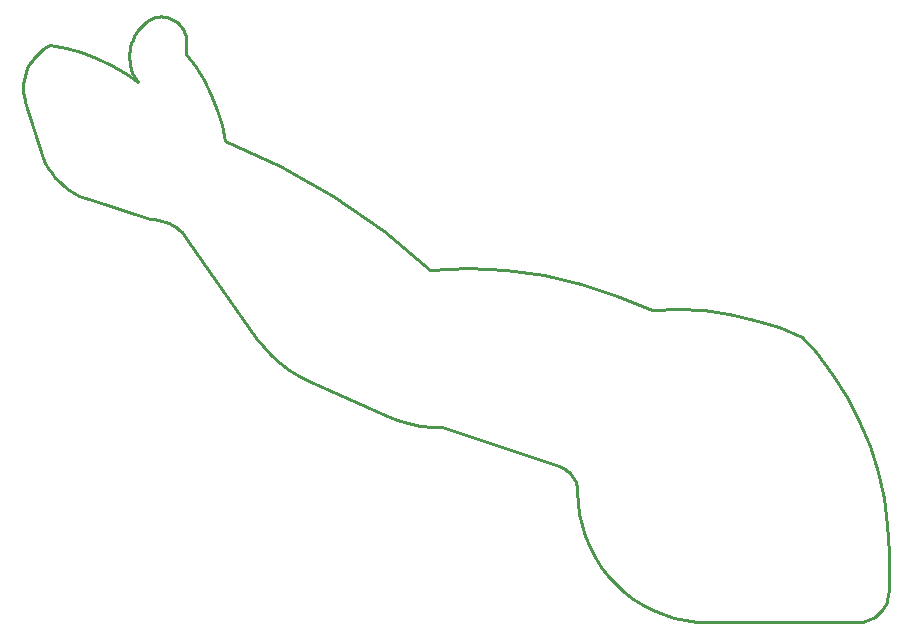
<source format=gko>
G04 EAGLE Gerber X2 export*
G75*
%MOMM*%
%FSLAX34Y34*%
%LPD*%
%AMOC8*
5,1,8,0,0,1.08239X$1,22.5*%
G01*
%ADD10C,0.254000*%


D10*
X2548Y440653D02*
X17263Y393488D01*
X19327Y388836D01*
X21789Y384382D01*
X24630Y380160D01*
X27828Y376201D01*
X31359Y372535D01*
X35195Y369192D01*
X39309Y366196D01*
X43668Y363569D01*
X48240Y361333D01*
X52989Y359503D01*
X56408Y358470D01*
X108317Y341185D01*
X111564Y341038D01*
X114786Y340609D01*
X117958Y339901D01*
X121057Y338919D01*
X124058Y337671D01*
X126939Y336166D01*
X129678Y334415D01*
X132253Y332433D01*
X134647Y330233D01*
X136839Y327834D01*
X138814Y325252D01*
X140557Y322508D01*
X198139Y241031D01*
X204109Y233321D01*
X210728Y226161D01*
X217945Y219605D01*
X225707Y213703D01*
X233953Y208500D01*
X242622Y204035D01*
X244021Y203402D01*
X306989Y175416D01*
X316707Y171595D01*
X326720Y168636D01*
X336954Y166561D01*
X347329Y165386D01*
X355600Y165100D01*
X454318Y132194D01*
X456175Y131484D01*
X457963Y130614D01*
X459668Y129592D01*
X461278Y128426D01*
X462780Y127123D01*
X464162Y125695D01*
X465415Y124151D01*
X466529Y122504D01*
X467494Y120767D01*
X468305Y118951D01*
X468954Y117072D01*
X469437Y115144D01*
X469751Y113181D01*
X469892Y111198D01*
X469900Y110576D01*
X470321Y100938D01*
X471580Y91374D01*
X473668Y81957D01*
X476569Y72757D01*
X480260Y63844D01*
X484714Y55288D01*
X489897Y47152D01*
X495770Y39499D01*
X502287Y32387D01*
X509399Y25870D01*
X517052Y19997D01*
X525188Y14814D01*
X533744Y10360D01*
X542657Y6669D01*
X551857Y3768D01*
X561274Y1680D01*
X570838Y421D01*
X580476Y0D01*
X706624Y0D01*
X708949Y102D01*
X711256Y405D01*
X713528Y909D01*
X715748Y1609D01*
X717898Y2499D01*
X719962Y3574D01*
X721925Y4824D01*
X723771Y6241D01*
X725487Y7813D01*
X727059Y9529D01*
X728476Y11375D01*
X729726Y13338D01*
X730801Y15402D01*
X731691Y17552D01*
X732391Y19772D01*
X732895Y22044D01*
X733199Y24351D01*
X733300Y26676D01*
X733300Y59472D01*
X732298Y82412D01*
X729301Y105178D01*
X724331Y127596D01*
X717427Y149495D01*
X708639Y170709D01*
X698037Y191076D01*
X685699Y210442D01*
X671721Y228659D01*
X660400Y241300D01*
X640338Y249694D01*
X619620Y256307D01*
X598405Y261090D01*
X576854Y264005D01*
X555130Y265031D01*
X533400Y264160D01*
X503724Y276658D01*
X473072Y286522D01*
X441677Y293678D01*
X409778Y298069D01*
X377617Y299664D01*
X345440Y298450D01*
X305686Y331330D01*
X263218Y360621D01*
X218359Y386099D01*
X171450Y407570D01*
X168708Y420911D01*
X164813Y433962D01*
X159795Y446624D01*
X153693Y458800D01*
X146554Y470398D01*
X138430Y481330D01*
X138105Y496170D01*
X137673Y497932D01*
X137088Y499650D01*
X136356Y501310D01*
X135483Y502900D01*
X134474Y504408D01*
X133337Y505822D01*
X132081Y507132D01*
X130716Y508327D01*
X129252Y509399D01*
X127701Y510339D01*
X126073Y511140D01*
X124381Y511797D01*
X122639Y512303D01*
X120859Y512656D01*
X119056Y512852D01*
X117242Y512891D01*
X115431Y512771D01*
X113638Y512494D01*
X111876Y512061D01*
X110174Y511483D01*
X107418Y509914D01*
X104810Y508112D01*
X102369Y506089D01*
X100114Y503861D01*
X98061Y501445D01*
X96227Y498859D01*
X94625Y496123D01*
X93267Y493258D01*
X92165Y490286D01*
X91326Y487229D01*
X90756Y484110D01*
X90460Y480953D01*
X90441Y477783D01*
X90698Y474623D01*
X91229Y471498D01*
X92031Y468430D01*
X93097Y465445D01*
X94419Y462563D01*
X95988Y459808D01*
X97790Y457200D01*
X86682Y465092D01*
X74928Y471985D01*
X62618Y477828D01*
X49845Y482576D01*
X36708Y486192D01*
X23305Y488650D01*
X20247Y487035D01*
X17342Y485160D01*
X14611Y483039D01*
X12076Y480687D01*
X9755Y478124D01*
X7666Y475368D01*
X5826Y472441D01*
X4247Y469364D01*
X2943Y466162D01*
X1923Y462858D01*
X1194Y459478D01*
X763Y456047D01*
X633Y452591D01*
X804Y449138D01*
X1276Y445712D01*
X2045Y442341D01*
X2548Y440653D01*
M02*

</source>
